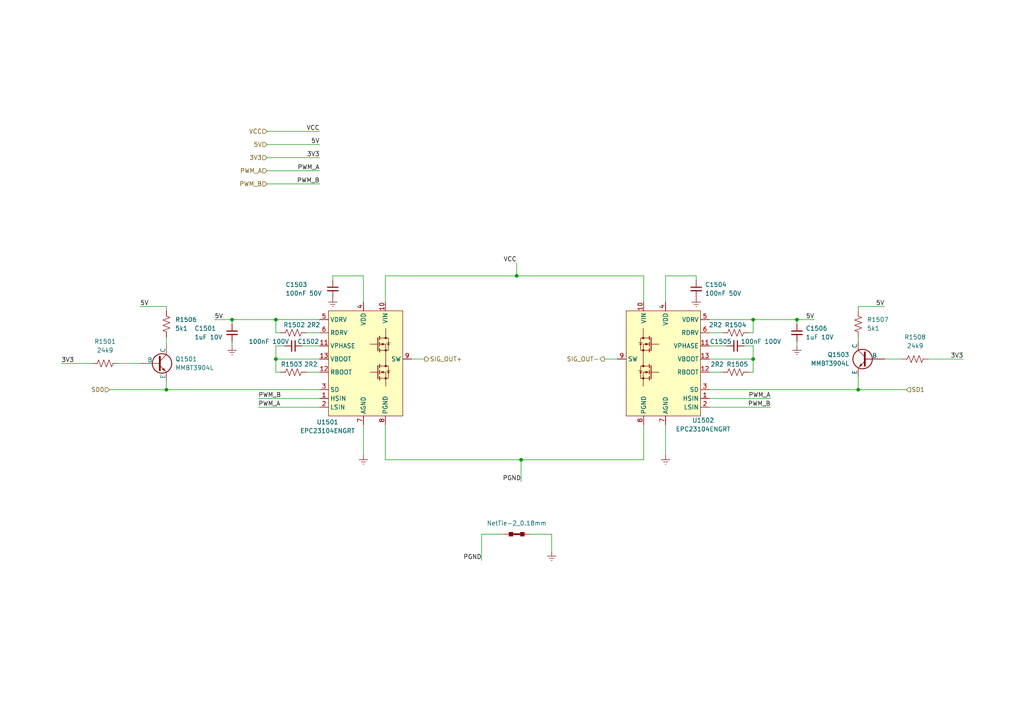
<source format=kicad_sch>
(kicad_sch (version 20250114) (generator "eeschema") (generator_version "9.0")
  (paper "A4")
  (lib_symbols
    (symbol "BR_Capacitors_0402:C_0402_100nF_50V_X7R_10%_AEC-Q200" (pin_numbers (hide yes)) (pin_names (offset 0.254) (hide yes))
      (property "Reference" "C" (at 1.016 1.778 0))
      (property "Value" "100nF 50V" (at 1.016 -1.778 0))
      (symbol "C_0402_100nF_50V_X7R_10%_AEC-Q200_0_1"
        (polyline (pts (xy -1.524 0.508) (xy 1.524 0.508)) (stroke (width 0.3048)))
        (polyline (pts (xy -1.524 -0.508) (xy 1.524 -0.508)) (stroke (width 0.3302)))
      )
      (symbol "C_0402_100nF_50V_X7R_10%_AEC-Q200_1_1"
        (pin passive line (at 0 2.54 270) (length 2.032) (name "~") (number "1"))
        (pin passive line (at 0 -2.54 90) (length 2.032) (name "~") (number "2"))
      )
    )
    (symbol "BR_Capacitors_0402:C_0402_1uF_10V_X7R_10%" (pin_numbers (hide yes)) (pin_names (offset 0.254) (hide yes))
      (property "Reference" "C" (at 1.016 1.778 0))
      (property "Value" "1uF 10V" (at 1.016 -1.778 0))
      (symbol "C_0402_1uF_10V_X7R_10%_0_1"
        (polyline (pts (xy -1.524 0.508) (xy 1.524 0.508)) (stroke (width 0.3048)))
        (polyline (pts (xy -1.524 -0.508) (xy 1.524 -0.508)) (stroke (width 0.3302)))
      )
      (symbol "C_0402_1uF_10V_X7R_10%_1_1"
        (pin passive line (at 0 2.54 270) (length 2.032) (name "~") (number "1"))
        (pin passive line (at 0 -2.54 90) (length 2.032) (name "~") (number "2"))
      )
    )
    (symbol "BR_Capacitors_0603:C_0603_100nF_100V_X7R_AEC-Q200" (pin_numbers (hide yes)) (pin_names (hide yes))
      (property "Reference" "C" (at 1.016 1.778 0))
      (property "Value" "100nF 100V" (at 1.016 -1.778 0))
      (symbol "C_0603_100nF_100V_X7R_AEC-Q200_0_1"
        (polyline (pts (xy -1.524 0.508) (xy 1.524 0.508)) (stroke (width 0.3048)))
        (polyline (pts (xy -1.524 -0.508) (xy 1.524 -0.508)) (stroke (width 0.3048)))
      )
      (symbol "C_0603_100nF_100V_X7R_AEC-Q200_1_1"
        (pin passive line (at 0 2.54 270) (length 2.032) (name "~") (number "1"))
        (pin passive line (at 0 -2.54 90) (length 2.032) (name "~") (number "2"))
      )
    )
    (symbol "BR_PMIC:EPC23104ENGRT"
      (property "Reference" "U" (at 9.525 17.78 0))
      (property "Value" "EPC23104ENGRT" (at 23.495 15.24 0))
      (symbol "EPC23104ENGRT_0_1"
        (rectangle (start -10.16 13.97) (end 11.43 -16.51) (fill (type background)))
        (polyline (pts (xy 1.905 4.318) (xy 4.191 4.318)))
        (polyline (pts (xy 1.905 -3.81) (xy 4.191 -3.81)))
        (polyline (pts (xy 4.191 6.223) (xy 4.191 2.413)) (stroke (width 0.254)))
        (polyline (pts (xy 4.191 -1.905) (xy 4.191 -5.715)) (stroke (width 0.254)))
        (polyline (pts (xy 4.699 6.604) (xy 4.699 5.588)) (stroke (width 0.254)))
        (polyline (pts (xy 4.699 4.826) (xy 4.699 3.81)) (stroke (width 0.254)))
        (polyline (pts (xy 4.699 3.048) (xy 4.699 2.032)) (stroke (width 0.254)))
        (polyline (pts (xy 4.699 -1.524) (xy 4.699 -2.54)) (stroke (width 0.254)))
        (polyline (pts (xy 4.699 -3.302) (xy 4.699 -4.318)) (stroke (width 0.254)))
        (polyline (pts (xy 4.699 -5.08) (xy 4.699 -6.096)) (stroke (width 0.254)))
        (polyline (pts (xy 6.477 8.89) (xy 6.477 6.096)))
        (circle (center 6.477 6.096) (radius 0.254) (fill (type outline)))
        (circle (center 6.477 2.54) (radius 0.254) (fill (type outline)))
        (polyline (pts (xy 6.477 1.778) (xy 6.477 -2.032)))
        (polyline (pts (xy 6.477 1.778) (xy 6.477 4.318) (xy 5.588 4.318)))
        (circle (center 6.477 -2.032) (radius 0.254) (fill (type outline)))
        (circle (center 6.477 -5.588) (radius 0.254) (fill (type outline)))
        (polyline (pts (xy 6.477 -7.874) (xy 6.477 -3.81) (xy 5.588 -3.81)))
        (polyline (pts (xy 7.747 4.826) (xy 7.62 4.699) (xy 6.858 4.699) (xy 6.731 4.572)))
        (polyline (pts (xy 7.747 -3.302) (xy 7.62 -3.429) (xy 6.858 -3.429) (xy 6.731 -3.556)))
      )
      (symbol "EPC23104ENGRT_1_1"
        (polyline (pts (xy 4.699 2.54) (xy 7.239 2.54) (xy 7.239 4.318) (xy 7.239 4.191)))
        (polyline (pts (xy 4.699 -5.588) (xy 7.239 -5.588) (xy 7.239 -3.81) (xy 7.239 -3.937)))
        (polyline (pts (xy 4.826 4.318) (xy 5.842 4.699) (xy 5.842 3.937) (xy 4.826 4.318)) (stroke (width -0.0001)) (fill (type outline)))
        (polyline (pts (xy 4.826 -3.81) (xy 5.842 -3.429) (xy 5.842 -4.191) (xy 4.826 -3.81)) (stroke (width -0.0001)) (fill (type outline)))
        (polyline (pts (xy 7.239 4.699) (xy 7.239 6.096) (xy 4.699 6.096)))
        (polyline (pts (xy 7.239 4.699) (xy 7.62 4.064) (xy 6.858 4.064) (xy 7.239 4.699)) (stroke (width -0.0001)) (fill (type outline)))
        (polyline (pts (xy 7.239 -3.429) (xy 7.239 -2.032) (xy 4.699 -2.032)))
        (polyline (pts (xy 7.239 -3.429) (xy 7.62 -4.064) (xy 6.858 -4.064) (xy 7.239 -3.429)) (stroke (width -0.0001)) (fill (type outline)))
        (pin power_in line (at -12.7 11.43 0) (length 2.54) (name "VDRV") (number "5"))
        (pin passive line (at -12.7 7.62 0) (length 2.54) (name "RDRV") (number "6"))
        (pin passive line (at -12.7 3.81 0) (length 2.54) (name "VPHASE") (number "11"))
        (pin passive line (at -12.7 0 0) (length 2.54) (name "VBOOT") (number "13"))
        (pin passive line (at -12.7 -3.81 0) (length 2.54) (name "RBOOT") (number "12"))
        (pin input line (at -12.7 -8.89 0) (length 2.54) (name "SD") (number "3"))
        (pin input line (at -12.7 -11.43 0) (length 2.54) (name "HSIN") (number "1"))
        (pin input line (at -12.7 -13.97 0) (length 2.54) (name "LSIN") (number "2"))
        (pin power_out line (at 0 16.51 270) (length 2.54) (name "VDD") (number "4"))
        (pin power_in line (at 0 -19.05 90) (length 2.54) (name "AGND") (number "7"))
        (pin power_in line (at 6.35 16.51 270) (length 2.54) (name "VIN") (number "10"))
        (pin power_in line (at 6.35 -19.05 90) (length 2.54) (name "PGND") (number "8"))
        (pin power_out line (at 13.97 0 180) (length 2.54) (name "SW") (number "9"))
      )
    )
    (symbol "BR_Resistors_0402:R_0402_24k9" (pin_numbers (hide yes)) (pin_names (offset 0) (hide yes))
      (property "Reference" "R" (at 1.524 1.27 0))
      (property "Value" "24k9" (at 1.524 -1.27 0))
      (symbol "R_0402_24k9_0_1"
        (polyline (pts (xy 0 2.286) (xy 0 2.54)))
        (polyline (pts (xy 0 2.286) (xy 1.016 1.905) (xy 0 1.524) (xy -1.016 1.143) (xy 0 0.762)))
        (polyline (pts (xy 0 0.762) (xy 1.016 0.381) (xy 0 0) (xy -1.016 -0.381) (xy 0 -0.762)))
        (polyline (pts (xy 0 -0.762) (xy 1.016 -1.143) (xy 0 -1.524) (xy -1.016 -1.905) (xy 0 -2.286)))
        (polyline (pts (xy 0 -2.286) (xy 0 -2.54)))
      )
      (symbol "R_0402_24k9_1_1"
        (pin passive line (at 0 3.81 270) (length 1.27) (name "~") (number "1"))
        (pin passive line (at 0 -3.81 90) (length 1.27) (name "~") (number "2"))
      )
    )
    (symbol "BR_Resistors_0402:R_0402_2R2" (pin_numbers (hide yes)) (pin_names (offset 0) (hide yes))
      (property "Reference" "R" (at 1.524 1.27 0))
      (property "Value" "2R2" (at 1.524 -1.27 0))
      (symbol "R_0402_2R2_0_1"
        (polyline (pts (xy 0 2.286) (xy 0 2.54)))
        (polyline (pts (xy 0 2.286) (xy 1.016 1.905) (xy 0 1.524) (xy -1.016 1.143) (xy 0 0.762)))
        (polyline (pts (xy 0 0.762) (xy 1.016 0.381) (xy 0 0) (xy -1.016 -0.381) (xy 0 -0.762)))
        (polyline (pts (xy 0 -0.762) (xy 1.016 -1.143) (xy 0 -1.524) (xy -1.016 -1.905) (xy 0 -2.286)))
        (polyline (pts (xy 0 -2.286) (xy 0 -2.54)))
      )
      (symbol "R_0402_2R2_1_1"
        (pin passive line (at 0 3.81 270) (length 1.27) (name "~") (number "1"))
        (pin passive line (at 0 -3.81 90) (length 1.27) (name "~") (number "2"))
      )
    )
    (symbol "BR_Resistors_0402:R_0402_5k1" (pin_numbers (hide yes)) (pin_names (offset 0) (hide yes))
      (property "Reference" "R" (at 1.524 1.27 0))
      (property "Value" "5k1" (at 1.524 -1.27 0))
      (symbol "R_0402_5k1_0_1"
        (polyline (pts (xy 0 2.286) (xy 0 2.54)))
        (polyline (pts (xy 0 2.286) (xy 1.016 1.905) (xy 0 1.524) (xy -1.016 1.143) (xy 0 0.762)))
        (polyline (pts (xy 0 0.762) (xy 1.016 0.381) (xy 0 0) (xy -1.016 -0.381) (xy 0 -0.762)))
        (polyline (pts (xy 0 -0.762) (xy 1.016 -1.143) (xy 0 -1.524) (xy -1.016 -1.905) (xy 0 -2.286)))
        (polyline (pts (xy 0 -2.286) (xy 0 -2.54)))
      )
      (symbol "R_0402_5k1_1_1"
        (pin passive line (at 0 3.81 270) (length 1.27) (name "~") (number "1"))
        (pin passive line (at 0 -3.81 90) (length 1.27) (name "~") (number "2"))
      )
    )
    (symbol "BR_Transistors:BJT_N_MMBT3904L" (pin_numbers (hide yes)) (pin_names (offset 0))
      (property "Reference" "Q" (at 5.08 1.27 0))
      (property "Value" "MMBT3904L" (at 5.08 -1.27 0))
      (symbol "BJT_N_MMBT3904L_0_1"
        (polyline (pts (xy 0.635 0.635) (xy 2.54 2.54)))
        (polyline (pts (xy 0.635 -0.635) (xy 1.651 -1.651) (xy 1.651 -1.651)))
        (circle (center 1.27 0) (radius 2.8194) (stroke (width 0.254)))
      )
      (symbol "BJT_N_MMBT3904L_1_1"
        (rectangle (start 0.381 2.159) (end 0.889 -2.159) (stroke (width -0.0001)) (fill (type outline)))
        (polyline (pts (xy 1.778 -1.27) (xy 1.27 -1.778) (xy 2.413 -2.413) (xy 1.778 -1.27) (xy 1.778 -1.27)) (stroke (width -0.0001)) (fill (type outline)))
        (pin input line (at -5.08 0 0) (length 5.715) (name "B") (number "1"))
        (pin passive line (at 2.54 5.08 270) (length 2.54) (name "C") (number "3"))
        (pin passive line (at 2.54 -5.08 90) (length 2.54) (name "E") (number "2"))
      )
    )
    (symbol "BR_Virtual_Parts:GND" (power) (pin_numbers (hide yes)) (pin_names (offset 0) (hide yes))
      (property "Value" "GND" (at 0 -3.556 0))
      (symbol "GND_0_1"
        (polyline (pts (xy -0.635 -1.905) (xy 0.635 -1.905)))
        (polyline (pts (xy -0.127 -2.54) (xy 0.127 -2.54)))
        (polyline (pts (xy 0 -1.27) (xy 0 0)))
        (polyline (pts (xy 1.27 -1.27) (xy -1.27 -1.27)))
      )
      (symbol "GND_1_1"
        (pin power_in line (at 0 0 270) (length 0) (hide yes) (name "GNDREF") (number "1"))
      )
    )
    (symbol "BR_Virtual_Parts:NetTie-2_0.18mm_long" (pin_numbers (hide yes)) (pin_names (offset 0)) (in_bom no)
      (property "Value" "NetTie-2_0.18mm" (at 2.54 0 90))
      (symbol "NetTie-2_0.18mm_long_0_1"
        (polyline (pts (xy 0 2.286) (xy 0 2.54)))
        (polyline (pts (xy 0 -2.286) (xy 0 -2.54)))
      )
      (symbol "NetTie-2_0.18mm_long_1_1"
        (rectangle (start -0.635 2.286) (end 0.635 1.016) (stroke (width -0.0001)) (fill (type outline)))
        (rectangle (start -0.635 -1.016) (end 0.635 -2.286) (stroke (width -0.0001)) (fill (type outline)))
        (rectangle (start -0.254 1.016) (end 0.254 -1.016) (stroke (width -0.0001)) (fill (type outline)))
        (pin passive line (at 0 3.81 270) (length 1.27) (name "~") (number "1"))
        (pin passive line (at 0 -3.81 90) (length 1.27) (name "~") (number "2"))
      )
    )
    (symbol "EPC23104ENGRT_1"
      (property "Reference" "U" (at 9.525 17.78 0))
      (property "Value" "EPC23104ENGRT" (at 23.495 15.24 0))
      (symbol "EPC23104ENGRT_1_0_1"
        (rectangle (start -10.16 13.97) (end 11.43 -16.51) (fill (type background)))
        (polyline (pts (xy 1.905 4.318) (xy 4.191 4.318)))
        (polyline (pts (xy 1.905 -3.81) (xy 4.191 -3.81)))
        (polyline (pts (xy 4.191 6.223) (xy 4.191 2.413)) (stroke (width 0.254)))
        (polyline (pts (xy 4.191 -1.905) (xy 4.191 -5.715)) (stroke (width 0.254)))
        (polyline (pts (xy 4.699 6.604) (xy 4.699 5.588)) (stroke (width 0.254)))
        (polyline (pts (xy 4.699 4.826) (xy 4.699 3.81)) (stroke (width 0.254)))
        (polyline (pts (xy 4.699 3.048) (xy 4.699 2.032)) (stroke (width 0.254)))
        (polyline (pts (xy 4.699 -1.524) (xy 4.699 -2.54)) (stroke (width 0.254)))
        (polyline (pts (xy 4.699 -3.302) (xy 4.699 -4.318)) (stroke (width 0.254)))
        (polyline (pts (xy 4.699 -5.08) (xy 4.699 -6.096)) (stroke (width 0.254)))
        (polyline (pts (xy 6.477 8.89) (xy 6.477 6.096)))
        (circle (center 6.477 6.096) (radius 0.254) (fill (type outline)))
        (circle (center 6.477 2.54) (radius 0.254) (fill (type outline)))
        (polyline (pts (xy 6.477 1.778) (xy 6.477 -2.032)))
        (polyline (pts (xy 6.477 1.778) (xy 6.477 4.318) (xy 5.588 4.318)))
        (circle (center 6.477 -2.032) (radius 0.254) (fill (type outline)))
        (circle (center 6.477 -5.588) (radius 0.254) (fill (type outline)))
        (polyline (pts (xy 6.477 -7.874) (xy 6.477 -3.81) (xy 5.588 -3.81)))
        (polyline (pts (xy 7.747 4.826) (xy 7.62 4.699) (xy 6.858 4.699) (xy 6.731 4.572)))
        (polyline (pts (xy 7.747 -3.302) (xy 7.62 -3.429) (xy 6.858 -3.429) (xy 6.731 -3.556)))
      )
      (symbol "EPC23104ENGRT_1_1_1"
        (polyline (pts (xy 4.699 2.54) (xy 7.239 2.54) (xy 7.239 4.318) (xy 7.239 4.191)))
        (polyline (pts (xy 4.699 -5.588) (xy 7.239 -5.588) (xy 7.239 -3.81) (xy 7.239 -3.937)))
        (polyline (pts (xy 4.826 4.318) (xy 5.842 4.699) (xy 5.842 3.937) (xy 4.826 4.318)) (stroke (width -0.0001)) (fill (type outline)))
        (polyline (pts (xy 4.826 -3.81) (xy 5.842 -3.429) (xy 5.842 -4.191) (xy 4.826 -3.81)) (stroke (width -0.0001)) (fill (type outline)))
        (polyline (pts (xy 7.239 4.699) (xy 7.239 6.096) (xy 4.699 6.096)))
        (polyline (pts (xy 7.239 4.699) (xy 7.62 4.064) (xy 6.858 4.064) (xy 7.239 4.699)) (stroke (width -0.0001)) (fill (type outline)))
        (polyline (pts (xy 7.239 -3.429) (xy 7.239 -2.032) (xy 4.699 -2.032)))
        (polyline (pts (xy 7.239 -3.429) (xy 7.62 -4.064) (xy 6.858 -4.064) (xy 7.239 -3.429)) (stroke (width -0.0001)) (fill (type outline)))
        (pin power_in line (at -12.7 11.43 0) (length 2.54) (name "VDRV") (number "5"))
        (pin passive line (at -12.7 7.62 0) (length 2.54) (name "RDRV") (number "6"))
        (pin passive line (at -12.7 3.81 0) (length 2.54) (name "VPHASE") (number "11"))
        (pin passive line (at -12.7 0 0) (length 2.54) (name "VBOOT") (number "13"))
        (pin passive line (at -12.7 -3.81 0) (length 2.54) (name "RBOOT") (number "12"))
        (pin input line (at -12.7 -8.89 0) (length 2.54) (name "SD") (number "3"))
        (pin input line (at -12.7 -11.43 0) (length 2.54) (name "HSIN") (number "1"))
        (pin input line (at -12.7 -13.97 0) (length 2.54) (name "LSIN") (number "2"))
        (pin power_out line (at 0 16.51 270) (length 2.54) (name "VDD") (number "4"))
        (pin power_in line (at 0 -19.05 90) (length 2.54) (name "AGND") (number "7"))
        (pin power_in line (at 6.35 16.51 270) (length 2.54) (name "VIN") (number "10"))
        (pin power_in line (at 6.35 -19.05 90) (length 2.54) (name "PGND") (number "8"))
        (pin power_out line (at 13.97 0 180) (length 2.54) (name "SW") (number "9"))
      )
    )
  )
  (junction (at 248.92 113.03))
  (junction (at 48.26 113.03))
  (junction (at 218.44 92.71))
  (junction (at 149.86 80.01))
  (junction (at 151.13 133.35))
  (junction (at 218.44 104.14))
  (junction (at 67.31 92.71))
  (junction (at 231.14 92.71))
  (junction (at 80.01 92.71))
  (junction (at 80.01 104.14))
  (wire (pts (xy 105.41 80.01) (xy 96.52 80.01)))
  (wire (pts (xy 269.24 104.14) (xy 279.4 104.14)))
  (wire (pts (xy 175.26 104.14) (xy 179.07 104.14)))
  (wire (pts (xy 74.93 118.11) (xy 92.71 118.11)))
  (wire (pts (xy 92.71 107.95) (xy 88.9 107.95)))
  (wire (pts (xy 149.86 80.01) (xy 149.86 76.2)))
  (wire (pts (xy 77.47 49.53) (xy 92.71 49.53)))
  (wire (pts (xy 205.74 100.33) (xy 210.82 100.33)))
  (wire (pts (xy 139.7 154.94) (xy 146.05 154.94)))
  (wire (pts (xy 248.92 88.9) (xy 256.54 88.9)))
  (wire (pts (xy 77.47 38.1) (xy 92.71 38.1)))
  (wire (pts (xy 80.01 100.33) (xy 80.01 104.14)))
  (wire (pts (xy 160.02 154.94) (xy 160.02 160.02)))
  (wire (pts (xy 217.17 96.52) (xy 218.44 96.52)))
  (wire (pts (xy 67.31 92.71) (xy 67.31 93.98)))
  (wire (pts (xy 80.01 92.71) (xy 92.71 92.71)))
  (wire (pts (xy 205.74 107.95) (xy 209.55 107.95)))
  (wire (pts (xy 205.74 104.14) (xy 218.44 104.14)))
  (wire (pts (xy 48.26 88.9) (xy 48.26 90.17)))
  (wire (pts (xy 231.14 92.71) (xy 236.22 92.71)))
  (wire (pts (xy 111.76 123.19) (xy 111.76 133.35)))
  (wire (pts (xy 193.04 87.63) (xy 193.04 80.01)))
  (wire (pts (xy 205.74 92.71) (xy 218.44 92.71)))
  (wire (pts (xy 218.44 107.95) (xy 218.44 104.14)))
  (wire (pts (xy 248.92 97.79) (xy 248.92 99.06)))
  (wire (pts (xy 77.47 53.34) (xy 92.71 53.34)))
  (wire (pts (xy 186.69 80.01) (xy 186.69 87.63)))
  (wire (pts (xy 81.28 107.95) (xy 80.01 107.95)))
  (wire (pts (xy 186.69 123.19) (xy 186.69 133.35)))
  (wire (pts (xy 231.14 92.71) (xy 231.14 93.98)))
  (wire (pts (xy 80.01 104.14) (xy 92.71 104.14)))
  (wire (pts (xy 96.52 80.01) (xy 96.52 81.28)))
  (wire (pts (xy 111.76 133.35) (xy 151.13 133.35)))
  (wire (pts (xy 248.92 113.03) (xy 262.89 113.03)))
  (wire (pts (xy 80.01 92.71) (xy 80.01 96.52)))
  (wire (pts (xy 40.64 88.9) (xy 48.26 88.9)))
  (wire (pts (xy 111.76 80.01) (xy 149.86 80.01)))
  (wire (pts (xy 81.28 96.52) (xy 80.01 96.52)))
  (wire (pts (xy 67.31 99.06) (xy 67.31 100.33)))
  (wire (pts (xy 193.04 80.01) (xy 201.93 80.01)))
  (wire (pts (xy 205.74 96.52) (xy 209.55 96.52)))
  (wire (pts (xy 48.26 113.03) (xy 48.26 110.49)))
  (wire (pts (xy 149.86 80.01) (xy 186.69 80.01)))
  (wire (pts (xy 231.14 99.06) (xy 231.14 100.33)))
  (wire (pts (xy 105.41 87.63) (xy 105.41 80.01)))
  (wire (pts (xy 77.47 45.72) (xy 92.71 45.72)))
  (wire (pts (xy 92.71 100.33) (xy 87.63 100.33)))
  (wire (pts (xy 74.93 115.57) (xy 92.71 115.57)))
  (wire (pts (xy 92.71 96.52) (xy 88.9 96.52)))
  (wire (pts (xy 82.55 100.33) (xy 80.01 100.33)))
  (wire (pts (xy 31.75 113.03) (xy 48.26 113.03)))
  (wire (pts (xy 205.74 115.57) (xy 223.52 115.57)))
  (wire (pts (xy 201.93 80.01) (xy 201.93 81.28)))
  (wire (pts (xy 151.13 133.35) (xy 151.13 139.7)))
  (wire (pts (xy 62.23 92.71) (xy 67.31 92.71)))
  (wire (pts (xy 17.78 105.41) (xy 26.67 105.41)))
  (wire (pts (xy 256.54 104.14) (xy 261.62 104.14)))
  (wire (pts (xy 139.7 162.56) (xy 139.7 154.94)))
  (wire (pts (xy 215.9 100.33) (xy 218.44 100.33)))
  (wire (pts (xy 153.67 154.94) (xy 160.02 154.94)))
  (wire (pts (xy 248.92 109.22) (xy 248.92 113.03)))
  (wire (pts (xy 105.41 123.19) (xy 105.41 132.08)))
  (wire (pts (xy 193.04 123.19) (xy 193.04 132.08)))
  (wire (pts (xy 218.44 92.71) (xy 231.14 92.71)))
  (wire (pts (xy 205.74 113.03) (xy 248.92 113.03)))
  (wire (pts (xy 111.76 87.63) (xy 111.76 80.01)))
  (wire (pts (xy 119.38 104.14) (xy 123.19 104.14)))
  (wire (pts (xy 205.74 118.11) (xy 223.52 118.11)))
  (wire (pts (xy 248.92 88.9) (xy 248.92 90.17)))
  (wire (pts (xy 48.26 113.03) (xy 92.71 113.03)))
  (wire (pts (xy 218.44 100.33) (xy 218.44 104.14)))
  (wire (pts (xy 151.13 133.35) (xy 186.69 133.35)))
  (wire (pts (xy 218.44 92.71) (xy 218.44 96.52)))
  (wire (pts (xy 77.47 41.91) (xy 92.71 41.91)))
  (wire (pts (xy 48.26 97.79) (xy 48.26 100.33)))
  (wire (pts (xy 67.31 92.71) (xy 80.01 92.71)))
  (wire (pts (xy 217.17 107.95) (xy 218.44 107.95)))
  (wire (pts (xy 80.01 107.95) (xy 80.01 104.14)))
  (wire (pts (xy 34.29 105.41) (xy 40.64 105.41)))
  (label "VCC" (at 149.86 76.2 180))
  (label "PWM_A" (at 223.52 115.57 180))
  (label "PWM_B" (at 92.71 53.34 180))
  (label "5V" (at 92.71 41.91 180))
  (label "PWM_B" (at 74.93 115.57 0))
  (label "PGND" (at 139.7 162.56 180))
  (label "PGND" (at 151.13 139.7 180))
  (label "5V" (at 236.22 92.71 180))
  (label "5V" (at 62.23 92.71 0))
  (label "PWM_A" (at 74.93 118.11 0))
  (label "3V3" (at 17.78 105.41 0))
  (label "VCC" (at 92.71 38.1 180))
  (label "5V" (at 256.54 88.9 180))
  (label "PWM_B" (at 223.52 118.11 180))
  (label "PWM_A" (at 92.71 49.53 180))
  (label "3V3" (at 92.71 45.72 180))
  (label "5V" (at 40.64 88.9 0))
  (label "3V3" (at 279.4 104.14 180))
  (hierarchical_label "PWM_A" (shape input) (at 77.47 49.53 180))
  (hierarchical_label "5V" (shape input) (at 77.47 41.91 180))
  (hierarchical_label "VCC" (shape input) (at 77.47 38.1 180))
  (hierarchical_label "SD1" (shape input) (at 262.89 113.03 0))
  (hierarchical_label "SIG_OUT+" (shape output) (at 123.19 104.14 0))
  (hierarchical_label "SD0" (shape input) (at 31.75 113.03 180))
  (hierarchical_label "SIG_OUT-" (shape output) (at 175.26 104.14 180))
  (hierarchical_label "PWM_B" (shape input) (at 77.47 53.34 180))
  (hierarchical_label "3V3" (shape input) (at 77.47 45.72 180))
  (symbol (lib_id "BR_Resistors_0402:R_0402_2R2") (at 85.09 107.95 90) (unit 1)
    (property "Reference" "R1503" (at 84.582 105.664 90))
    (property "Value" "2R2" (at 90.17 105.664 90))
    (property "Footprint" "BR_Passives:R_0402_1005Metric-minimized" (effects (hide yes)))
    (property "Datasheet" "https://jlcpcb.com/api/file/downloadByFileSystemAccessId/8588947077061070848" (effects (hide yes)))
    (property "Description" "2.2R 1% 200ppm 62.5mW Thick Film Resistor 0402" (effects (hide yes)))
    (property "Manufacturer" "YAGEO" (effects (hide yes)))
    (property "Manufacturer Part Num" "RC0402FR-072R2L" (effects (hide yes)))
    (property "BRE Number" "BRE-001225" (effects (hide yes)))
    (property "Supplier 1" "DigiKey" (effects (hide yes)))
    (property "Supplier Part Num 1" "311-2.20LRCT-ND" (effects (hide yes)))
    (property "Supplier 2" "DigiKey" (effects (hide yes)))
    (property "Supplier Part Num 2" "311-2.20LRCT-ND" (effects (hide yes)))
    (property "Supplier 3" "JLCPCB" (effects (hide yes)))
    (property "Supplier Part Num 3" "C327251" (effects (hide yes)))
    (property "JLCPCB Part Num" "C327251" (effects (hide yes)))
  )
  (symbol (lib_id "BR_Resistors_0402:R_0402_2R2") (at 213.36 107.95 90) (unit 1)
    (property "Reference" "R1505" (at 213.868 105.664 90))
    (property "Value" "2R2" (at 208.026 105.664 90))
    (property "Footprint" "BR_Passives:R_0402_1005Metric-minimized" (effects (hide yes)))
    (property "Datasheet" "https://jlcpcb.com/api/file/downloadByFileSystemAccessId/8588947077061070848" (effects (hide yes)))
    (property "Description" "2.2R 1% 200ppm 62.5mW Thick Film Resistor 0402" (effects (hide yes)))
    (property "Manufacturer" "YAGEO" (effects (hide yes)))
    (property "Manufacturer Part Num" "RC0402FR-072R2L" (effects (hide yes)))
    (property "BRE Number" "BRE-001225" (effects (hide yes)))
    (property "Supplier 1" "DigiKey" (effects (hide yes)))
    (property "Supplier Part Num 1" "311-2.20LRCT-ND" (effects (hide yes)))
    (property "Supplier 2" "DigiKey" (effects (hide yes)))
    (property "Supplier Part Num 2" "311-2.20LRCT-ND" (effects (hide yes)))
    (property "Supplier 3" "JLCPCB" (effects (hide yes)))
    (property "Supplier Part Num 3" "C327251" (effects (hide yes)))
    (property "JLCPCB Part Num" "C327251" (effects (hide yes)))
  )
  (symbol (lib_id "BR_Capacitors_0603:C_0603_100nF_100V_X7R_AEC-Q200") (at 85.09 100.33 90) (unit 1)
    (property "Reference" "C1502" (at 89.408 99.06 90))
    (property "Value" "100nF 100V" (at 77.978 99.06 90))
    (property "Footprint" "BR_Passives:C_0603_1608Metric-minimized" (effects (hide yes)))
    (property "Datasheet" "https://www.murata.com/-/media/webrenewal/support/library/catalog/products/k35e.ashx?la=en-us&cvid=20200508021757000000" (effects (hide yes)))
    (property "Description" "100nF 100V X7R 10% Ceramic Capacitor 0603 AEC-Q200" (effects (hide yes)))
    (property "Manufacturer" "Murata Electronics" (effects (hide yes)))
    (property "Manufacturer Part Num" "GCJ188R72A104KA01D" (effects (hide yes)))
    (property "BRE Number" "BRE-000034" (effects (hide yes)))
    (property "Supplier 1" "DigiKey" (effects (hide yes)))
    (property "Supplier Part Num 1" "490-13420-1-ND" (effects (hide yes)))
    (property "Supplier 2" "Mouser" (effects (hide yes)))
    (property "Supplier Part Num 2" "81-GCJ188R72A104KA1D" (effects (hide yes)))
    (property "Supplier 3" "JLCPCB" (effects (hide yes)))
    (property "Supplier Part Num 3" "C161117" (effects (hide yes)))
    (property "JLCPCB Part Num" "C161117" (effects (hide yes)))
  )
  (symbol (lib_id "BR_Resistors_0402:R_0402_5k1") (at 48.26 93.98 0) (unit 1)
    (property "Reference" "R1506" (at 50.8 92.7099 0) (effects (justify left)))
    (property "Value" "5k1" (at 50.8 95.2499 0) (effects (justify left)))
    (property "Footprint" "BR_Passives:C_0402_1005Metric-minimized" (effects (hide yes)))
    (property "Datasheet" "https://www.yageo.com/upload/media/product/products/datasheet/rchip/PYu-RC_Group_51_RoHS_L_12.pdf" (effects (hide yes)))
    (property "Description" "5.1k 1% 100ppm 62.5mW Thick Film Resistor 0402" (effects (hide yes)))
    (property "Manufacturer" "YAGEO" (effects (hide yes)))
    (property "Manufacturer Part Num" "RC0402FR-075K1L" (effects (hide yes)))
    (property "BRE Number" "BRE-000358" (effects (hide yes)))
    (property "Supplier 1" "DigiKey" (effects (hide yes)))
    (property "Supplier Part Num 1" "311-5.10KLRCT-ND" (effects (hide yes)))
    (property "Supplier 2" "Mouser" (effects (hide yes)))
    (property "Supplier Part Num 2" "RC0402FR-075K1L" (effects (hide yes)))
    (property "Supplier 3" "JLCPCB" (effects (hide yes)))
    (property "Supplier Part Num 3" "C105872" (effects (hide yes)))
    (property "JLCPCB Part Num" "C105872" (effects (hide yes)))
  )
  (symbol (lib_id "BR_Resistors_0402:R_0402_2R2") (at 213.36 96.52 90) (unit 1)
    (property "Reference" "R1504" (at 213.36 94.234 90))
    (property "Value" "2R2" (at 207.518 94.234 90))
    (property "Footprint" "BR_Passives:R_0402_1005Metric-minimized" (effects (hide yes)))
    (property "Datasheet" "https://jlcpcb.com/api/file/downloadByFileSystemAccessId/8588947077061070848" (effects (hide yes)))
    (property "Description" "2.2R 1% 200ppm 62.5mW Thick Film Resistor 0402" (effects (hide yes)))
    (property "Manufacturer" "YAGEO" (effects (hide yes)))
    (property "Manufacturer Part Num" "RC0402FR-072R2L" (effects (hide yes)))
    (property "BRE Number" "BRE-001225" (effects (hide yes)))
    (property "Supplier 1" "DigiKey" (effects (hide yes)))
    (property "Supplier Part Num 1" "311-2.20LRCT-ND" (effects (hide yes)))
    (property "Supplier 2" "DigiKey" (effects (hide yes)))
    (property "Supplier Part Num 2" "311-2.20LRCT-ND" (effects (hide yes)))
    (property "Supplier 3" "JLCPCB" (effects (hide yes)))
    (property "Supplier Part Num 3" "C327251" (effects (hide yes)))
    (property "JLCPCB Part Num" "C327251" (effects (hide yes)))
  )
  (symbol (lib_id "BR_Virtual_Parts:GND") (at 201.93 86.36 0) (unit 1)
    (property "Reference" "#PWR01507" (effects (hide yes)))
    (property "Value" "GND" (effects (hide yes)))
  )
  (symbol (lib_id "BR_Virtual_Parts:GND") (at 67.31 100.33 0) (unit 1)
    (property "Reference" "#PWR01502" (effects (hide yes)))
    (property "Value" "GND" (effects (hide yes)))
  )
  (symbol (lib_id "BR_Resistors_0402:R_0402_5k1") (at 248.92 93.98 0) (unit 1)
    (property "Reference" "R1507" (at 251.46 92.7099 0) (effects (justify left)))
    (property "Value" "5k1" (at 251.46 95.2499 0) (effects (justify left)))
    (property "Footprint" "BR_Passives:C_0402_1005Metric-minimized" (effects (hide yes)))
    (property "Datasheet" "https://www.yageo.com/upload/media/product/products/datasheet/rchip/PYu-RC_Group_51_RoHS_L_12.pdf" (effects (hide yes)))
    (property "Description" "5.1k 1% 100ppm 62.5mW Thick Film Resistor 0402" (effects (hide yes)))
    (property "Manufacturer" "YAGEO" (effects (hide yes)))
    (property "Manufacturer Part Num" "RC0402FR-075K1L" (effects (hide yes)))
    (property "BRE Number" "BRE-000358" (effects (hide yes)))
    (property "Supplier 1" "DigiKey" (effects (hide yes)))
    (property "Supplier Part Num 1" "311-5.10KLRCT-ND" (effects (hide yes)))
    (property "Supplier 2" "Mouser" (effects (hide yes)))
    (property "Supplier Part Num 2" "RC0402FR-075K1L" (effects (hide yes)))
    (property "Supplier 3" "JLCPCB" (effects (hide yes)))
    (property "Supplier Part Num 3" "C105872" (effects (hide yes)))
    (property "JLCPCB Part Num" "C105872" (effects (hide yes)))
  )
  (symbol (lib_id "BR_Virtual_Parts:GND") (at 105.41 132.08 0) (unit 1)
    (property "Reference" "#PWR01504" (effects (hide yes)))
    (property "Value" "GND" (effects (hide yes)))
  )
  (symbol (lib_id "BR_Capacitors_0402:C_0402_1uF_10V_X7R_10%") (at 231.14 96.52 0) (unit 1)
    (property "Reference" "C1506" (at 233.68 95.2562 0) (effects (justify left)))
    (property "Value" "1uF 10V" (at 233.68 97.7962 0) (effects (justify left)))
    (property "Footprint" "BR_Passives:C_0402_1005Metric-minimized" (effects (hide yes)))
    (property "Datasheet" "https://search.murata.co.jp/Ceramy/image/img/A01X/G101/ENG/GRM155Z71A105KE01-01.pdf" (effects (hide yes)))
    (property "Description" "1uF 10V X7R 10% Ceramic Capacitor 0402" (effects (hide yes)))
    (property "Manufacturer" "Murata Electronics" (effects (hide yes)))
    (property "Manufacturer Part Num" "GRM155Z71A105KE01D" (effects (hide yes)))
    (property "BRE Number" "BRE-000019" (effects (hide yes)))
    (property "Supplier 1" "DigiKey" (effects (hide yes)))
    (property "Supplier Part Num 1" "490-GRM155Z71A105KE01DDKR-ND" (effects (hide yes)))
    (property "Supplier 2" "Mouser" (effects (hide yes)))
    (property "Supplier Part Num 2" "81-GRM155Z71A105KE1D" (effects (hide yes)))
    (property "Supplier 3" "JLCPCB" (effects (hide yes)))
    (property "Supplier Part Num 3" "C528974" (effects (hide yes)))
    (property "JLCPCB Part Num" "C528974" (effects (hide yes)))
  )
  (symbol (lib_id "BR_Virtual_Parts:GND") (at 160.02 160.02 0) (unit 1)
    (property "Reference" "#PWR01505" (effects (hide yes)))
    (property "Value" "GND" (effects (hide yes)))
  )
  (symbol (lib_id "BR_Resistors_0402:R_0402_24k9") (at 30.48 105.41 90) (unit 1)
    (property "Reference" "R1501" (at 30.48 99.06 90))
    (property "Value" "24k9" (at 30.48 101.6 90))
    (property "Footprint" "BR_Passives:C_0402_1005Metric-minimized" (effects (hide yes)))
    (property "Datasheet" "https://www.yageo.com/upload/media/product/products/datasheet/rchip/PYu-RC_Group_51_RoHS_L_12.pdf" (effects (hide yes)))
    (property "Description" "24.9k 1% 100ppm 62.5mW Thick Film Resistor 0402" (effects (hide yes)))
    (property "Manufacturer" "YAGEO" (effects (hide yes)))
    (property "Manufacturer Part Num" "RC0402FR-0724K9L" (effects (hide yes)))
    (property "BRE Number" "BRE-001239" (effects (hide yes)))
    (property "Supplier 1" "DigiKey" (effects (hide yes)))
    (property "Supplier Part Num 1" "311-24.9KLRCT-ND" (effects (hide yes)))
    (property "Supplier 2" "DigiKey" (effects (hide yes)))
    (property "Supplier Part Num 2" "311-24.9KLRCT-ND" (effects (hide yes)))
    (property "Supplier 3" "JLCPCB" (effects (hide yes)))
    (property "Supplier Part Num 3" "C138027" (effects (hide yes)))
    (property "JLCPCB Part Num" "C138027" (effects (hide yes)))
  )
  (symbol (lib_name "EPC23104ENGRT_1") (lib_id "BR_PMIC:EPC23104ENGRT") (at 105.41 104.14 0) (unit 1)
    (property "Reference" "U1501" (at 94.996 122.428 0))
    (property "Value" "EPC23104ENGRT" (at 94.996 124.968 0))
    (property "Footprint" "BR_Gate_Drivers:EPC23104" (effects (hide yes)))
    (property "Datasheet" "https://epc-co.com/epc/Portals/0/epc/documents/datasheets/EPC23104_datasheet.pdf" (effects (hide yes)))
    (property "Description" "Half Bridge Driver DC Motors, DC-DC Converters Gallium Nitride (GaN) FETs 13-WQFN-HR (3.5x5)" (effects (hide yes)))
    (property "Manufacturer" "EPC" (effects (hide yes)))
    (property "Manufacturer Part Num" "EPC23104ENGRT" (effects (hide yes)))
    (property "BRE Number" "BRE-001274" (effects (hide yes)))
    (property "LCSC Part" "C5448592" (effects (hide yes)))
    (property "JLCPCB Part Num" "C5448592" (effects (hide yes)))
  )
  (symbol (lib_id "BR_Virtual_Parts:GND") (at 96.52 86.36 0) (unit 1)
    (property "Reference" "#PWR01503" (effects (hide yes)))
    (property "Value" "GND" (effects (hide yes)))
  )
  (symbol (lib_id "BR_Resistors_0402:R_0402_24k9") (at 265.43 104.14 90) (unit 1)
    (property "Reference" "R1508" (at 265.43 97.79 90))
    (property "Value" "24k9" (at 265.43 100.33 90))
    (property "Footprint" "BR_Passives:C_0402_1005Metric-minimized" (effects (hide yes)))
    (property "Datasheet" "https://www.yageo.com/upload/media/product/products/datasheet/rchip/PYu-RC_Group_51_RoHS_L_12.pdf" (effects (hide yes)))
    (property "Description" "24.9k 1% 100ppm 62.5mW Thick Film Resistor 0402" (effects (hide yes)))
    (property "Manufacturer" "YAGEO" (effects (hide yes)))
    (property "Manufacturer Part Num" "RC0402FR-0724K9L" (effects (hide yes)))
    (property "BRE Number" "BRE-001239" (effects (hide yes)))
    (property "Supplier 1" "DigiKey" (effects (hide yes)))
    (property "Supplier Part Num 1" "311-24.9KLRCT-ND" (effects (hide yes)))
    (property "Supplier 2" "DigiKey" (effects (hide yes)))
    (property "Supplier Part Num 2" "311-24.9KLRCT-ND" (effects (hide yes)))
    (property "Supplier 3" "JLCPCB" (effects (hide yes)))
    (property "Supplier Part Num 3" "C138027" (effects (hide yes)))
    (property "JLCPCB Part Num" "C138027" (effects (hide yes)))
  )
  (symbol (lib_id "BR_Transistors:BJT_N_MMBT3904L") (at 45.72 105.41 0) (unit 1)
    (property "Reference" "Q1501" (at 50.8 104.1399 0) (effects (justify left)))
    (property "Value" "MMBT3904L" (at 50.8 106.6799 0) (effects (justify left)))
    (property "Footprint" "BR_SOT:SOT-23" (effects (hide yes)))
    (property "Datasheet" "https://www.onsemi.com/pdf/datasheet/mmbt3904lt1-d.pdf" (effects (hide yes)))
    (property "Description" "NPN BJT 40V 200mA 300mW 300MHz SOT-23-3" (effects (hide yes)))
    (property "Manufacturer" "onsemi" (effects (hide yes)))
    (property "Manufacturer Part Num" "MMBT3904LT1G" (effects (hide yes)))
    (property "BRE Number" "BRE-000400" (effects (hide yes)))
    (property "Supplier 1" "DigiKey" (effects (hide yes)))
    (property "Supplier Part Num 1" "MMBT3904LT1GOSCT-ND" (effects (hide yes)))
    (property "Supplier 2" "DigiKey" (effects (hide yes)))
    (property "Supplier Part Num 2" "MMBT3904LT1GOSTR-ND" (effects (hide yes)))
    (property "Supplier 3" "JLCPCB" (effects (hide yes)))
    (property "Supplier Part Num 3" "C81464/ C84555" (effects (hide yes)))
    (property "JLCPCB Part Num" "C81464" (effects (hide yes)))
  )
  (symbol (lib_id "BR_Capacitors_0402:C_0402_1uF_10V_X7R_10%") (at 67.31 96.52 0) (unit 1)
    (property "Reference" "C1501" (at 56.388 95.25 0) (effects (justify left)))
    (property "Value" "1uF 10V" (at 56.388 97.79 0) (effects (justify left)))
    (property "Footprint" "BR_Passives:C_0402_1005Metric-minimized" (effects (hide yes)))
    (property "Datasheet" "https://search.murata.co.jp/Ceramy/image/img/A01X/G101/ENG/GRM155Z71A105KE01-01.pdf" (effects (hide yes)))
    (property "Description" "1uF 10V X7R 10% Ceramic Capacitor 0402" (effects (hide yes)))
    (property "Manufacturer" "Murata Electronics" (effects (hide yes)))
    (property "Manufacturer Part Num" "GRM155Z71A105KE01D" (effects (hide yes)))
    (property "BRE Number" "BRE-000019" (effects (hide yes)))
    (property "Supplier 1" "DigiKey" (effects (hide yes)))
    (property "Supplier Part Num 1" "490-GRM155Z71A105KE01DDKR-ND" (effects (hide yes)))
    (property "Supplier 2" "Mouser" (effects (hide yes)))
    (property "Supplier Part Num 2" "81-GRM155Z71A105KE1D" (effects (hide yes)))
    (property "Supplier 3" "JLCPCB" (effects (hide yes)))
    (property "Supplier Part Num 3" "C528974" (effects (hide yes)))
    (property "JLCPCB Part Num" "C528974" (effects (hide yes)))
  )
  (symbol (lib_id "BR_Capacitors_0402:C_0402_100nF_50V_X7R_10%_AEC-Q200") (at 201.93 83.82 0) (unit 1)
    (property "Reference" "C1504" (at 204.47 82.5562 0) (effects (justify left)))
    (property "Value" "100nF 50V" (at 204.47 85.0962 0) (effects (justify left)))
    (property "Footprint" "BR_Passives:C_0402_1005Metric-minimized" (effects (hide yes)))
    (property "Datasheet" "https://search.murata.co.jp/Ceramy/image/img/A01X/G101/ENG/GCM155R71H104KE02-01.pdf" (effects (hide yes)))
    (property "Description" "100nF 50V X7R 10% Ceramic Capacitor 0402 AEC-Q200" (effects (hide yes)))
    (property "Manufacturer" "Murata Electronics" (effects (hide yes)))
    (property "Manufacturer Part Num" "GCM155R71H104KE02D" (effects (hide yes)))
    (property "BRE Number" "BRE-000010" (effects (hide yes)))
    (property "Supplier 1" "DigiKey" (effects (hide yes)))
    (property "Supplier Part Num 1" "490-10672-2-ND" (effects (hide yes)))
    (property "Supplier 2" "Mouser" (effects (hide yes)))
    (property "Supplier Part Num 2" "81-GCM155R71H104KE2D" (effects (hide yes)))
    (property "Supplier 3" "JLCPCB" (effects (hide yes)))
    (property "Supplier Part Num 3" "C85858" (effects (hide yes)))
    (property "JLCPCB Part Num" "C85858" (effects (hide yes)))
  )
  (symbol (lib_id "BR_Virtual_Parts:GND") (at 231.14 100.33 0) (unit 1)
    (property "Reference" "#PWR01508" (effects (hide yes)))
    (property "Value" "GND" (effects (hide yes)))
  )
  (symbol (lib_id "BR_Virtual_Parts:NetTie-2_0.18mm_long") (at 149.86 154.94 90) (unit 1) (in_bom no)
    (property "Reference" "NT1501" (effects (hide yes)))
    (property "Value" "NetTie-2_0.18mm" (at 149.86 151.765 90))
    (property "Footprint" "BR_Virtual_Parts:NetTie-2_SMD_Pad_0.18mm_wide_long" (effects (hide yes)))
    (property "Description" "Net Tie" (effects (hide yes)))
  )
  (symbol (lib_id "BR_Capacitors_0603:C_0603_100nF_100V_X7R_AEC-Q200") (at 213.36 100.33 90) (unit 1)
    (property "Reference" "C1505" (at 209.042 99.06 90))
    (property "Value" "100nF 100V" (at 220.726 99.06 90))
    (property "Footprint" "BR_Passives:C_0603_1608Metric-minimized" (effects (hide yes)))
    (property "Datasheet" "https://www.murata.com/-/media/webrenewal/support/library/catalog/products/k35e.ashx?la=en-us&cvid=20200508021757000000" (effects (hide yes)))
    (property "Description" "100nF 100V X7R 10% Ceramic Capacitor 0603 AEC-Q200" (effects (hide yes)))
    (property "Manufacturer" "Murata Electronics" (effects (hide yes)))
    (property "Manufacturer Part Num" "GCJ188R72A104KA01D" (effects (hide yes)))
    (property "BRE Number" "BRE-000034" (effects (hide yes)))
    (property "Supplier 1" "DigiKey" (effects (hide yes)))
    (property "Supplier Part Num 1" "490-13420-1-ND" (effects (hide yes)))
    (property "Supplier 2" "Mouser" (effects (hide yes)))
    (property "Supplier Part Num 2" "81-GCJ188R72A104KA1D" (effects (hide yes)))
    (property "Supplier 3" "JLCPCB" (effects (hide yes)))
    (property "Supplier Part Num 3" "C161117" (effects (hide yes)))
    (property "JLCPCB Part Num" "C161117" (effects (hide yes)))
  )
  (symbol (lib_id "BR_Capacitors_0402:C_0402_100nF_50V_X7R_10%_AEC-Q200") (at 96.52 83.82 0) (unit 1)
    (property "Reference" "C1503" (at 82.804 82.55 0) (effects (justify left)))
    (property "Value" "100nF 50V" (at 82.804 85.09 0) (effects (justify left)))
    (property "Footprint" "BR_Passives:C_0402_1005Metric-minimized" (effects (hide yes)))
    (property "Datasheet" "https://search.murata.co.jp/Ceramy/image/img/A01X/G101/ENG/GCM155R71H104KE02-01.pdf" (effects (hide yes)))
    (property "Description" "100nF 50V X7R 10% Ceramic Capacitor 0402 AEC-Q200" (effects (hide yes)))
    (property "Manufacturer" "Murata Electronics" (effects (hide yes)))
    (property "Manufacturer Part Num" "GCM155R71H104KE02D" (effects (hide yes)))
    (property "BRE Number" "BRE-000010" (effects (hide yes)))
    (property "Supplier 1" "DigiKey" (effects (hide yes)))
    (property "Supplier Part Num 1" "490-10672-2-ND" (effects (hide yes)))
    (property "Supplier 2" "Mouser" (effects (hide yes)))
    (property "Supplier Part Num 2" "81-GCM155R71H104KE2D" (effects (hide yes)))
    (property "Supplier 3" "JLCPCB" (effects (hide yes)))
    (property "Supplier Part Num 3" "C85858" (effects (hide yes)))
    (property "JLCPCB Part Num" "C85858" (effects (hide yes)))
  )
  (symbol (lib_id "BR_Transistors:BJT_N_MMBT3904L") (at 251.46 104.14 0) (mirror y) (unit 1)
    (property "Reference" "Q1503" (at 246.38 102.8699 0) (effects (justify left)))
    (property "Value" "MMBT3904L" (at 246.38 105.4099 0) (effects (justify left)))
    (property "Footprint" "BR_SOT:SOT-23" (effects (hide yes)))
    (property "Datasheet" "https://www.onsemi.com/pdf/datasheet/mmbt3904lt1-d.pdf" (effects (hide yes)))
    (property "Description" "NPN BJT 40V 200mA 300mW 300MHz SOT-23-3" (effects (hide yes)))
    (property "Manufacturer" "onsemi" (effects (hide yes)))
    (property "Manufacturer Part Num" "MMBT3904LT1G" (effects (hide yes)))
    (property "BRE Number" "BRE-000400" (effects (hide yes)))
    (property "Supplier 1" "DigiKey" (effects (hide yes)))
    (property "Supplier Part Num 1" "MMBT3904LT1GOSCT-ND" (effects (hide yes)))
    (property "Supplier 2" "DigiKey" (effects (hide yes)))
    (property "Supplier Part Num 2" "MMBT3904LT1GOSTR-ND" (effects (hide yes)))
    (property "Supplier 3" "JLCPCB" (effects (hide yes)))
    (property "Supplier Part Num 3" "C81464/ C84555" (effects (hide yes)))
    (property "JLCPCB Part Num" "C81464" (effects (hide yes)))
  )
  (symbol (lib_id "BR_PMIC:EPC23104ENGRT") (at 193.04 104.14 0) (mirror y) (unit 1)
    (property "Reference" "U1502" (at 203.962 121.92 0))
    (property "Value" "EPC23104ENGRT" (at 203.962 124.46 0))
    (property "Footprint" "BR_Gate_Drivers:EPC23104" (effects (hide yes)))
    (property "Datasheet" "https://epc-co.com/epc/Portals/0/epc/documents/datasheets/EPC23104_datasheet.pdf" (effects (hide yes)))
    (property "Description" "Half Bridge Driver DC Motors, DC-DC Converters Gallium Nitride (GaN) FETs 13-WQFN-HR (3.5x5)" (effects (hide yes)))
    (property "Manufacturer" "EPC" (effects (hide yes)))
    (property "Manufacturer Part Num" "EPC23104ENGRT" (effects (hide yes)))
    (property "BRE Number" "BRE-001274" (effects (hide yes)))
    (property "LCSC Part" "C5448592" (effects (hide yes)))
    (property "JLCPCB Part Num" "C5448592" (effects (hide yes)))
  )
  (symbol (lib_id "BR_Virtual_Parts:GND") (at 193.04 132.08 0) (unit 1)
    (property "Reference" "#PWR01506" (effects (hide yes)))
    (property "Value" "GND" (effects (hide yes)))
  )
  (symbol (lib_id "BR_Resistors_0402:R_0402_2R2") (at 85.09 96.52 90) (unit 1)
    (property "Reference" "R1502" (at 85.344 94.234 90))
    (property "Value" "2R2" (at 90.932 94.234 90))
    (property "Footprint" "BR_Passives:R_0402_1005Metric-minimized" (effects (hide yes)))
    (property "Datasheet" "https://jlcpcb.com/api/file/downloadByFileSystemAccessId/8588947077061070848" (effects (hide yes)))
    (property "Description" "2.2R 1% 200ppm 62.5mW Thick Film Resistor 0402" (effects (hide yes)))
    (property "Manufacturer" "YAGEO" (effects (hide yes)))
    (property "Manufacturer Part Num" "RC0402FR-072R2L" (effects (hide yes)))
    (property "BRE Number" "BRE-001225" (effects (hide yes)))
    (property "Supplier 1" "DigiKey" (effects (hide yes)))
    (property "Supplier Part Num 1" "311-2.20LRCT-ND" (effects (hide yes)))
    (property "Supplier 2" "DigiKey" (effects (hide yes)))
    (property "Supplier Part Num 2" "311-2.20LRCT-ND" (effects (hide yes)))
    (property "Supplier 3" "JLCPCB" (effects (hide yes)))
    (property "Supplier Part Num 3" "C327251" (effects (hide yes)))
    (property "JLCPCB Part Num" "C327251" (effects (hide yes)))
  )
  (symbol (lib_id "BR_Transistors:BJT_N_MMBT3904L") (at -11818.62 -6525.26 0) (unit 1)
    (property "Reference" "Q1502" (at -11812.27 -6526.5301 0) (effects (justify left)))
    (property "Value" "MMBT3904L" (at -11812.27 -6523.9901 0) (effects (justify left)))
    (property "Footprint" "BR_SOT:SOT-23" (effects (hide yes)))
    (property "Datasheet" "https://www.onsemi.com/pdf/datasheet/mmbt3904lt1-d.pdf" (effects (hide yes)))
    (property "Description" "NPN BJT 40V 200mA 300mW 300MHz SOT-23-3" (effects (hide yes)))
    (property "Manufacturer" "onsemi" (effects (hide yes)))
    (property "Manufacturer Part Num" "MMBT3904LT1G" (effects (hide yes)))
    (property "BRE Number" "BRE-000400" (effects (hide yes)))
    (property "Supplier 1" "DigiKey" (effects (hide yes)))
    (property "Supplier Part Num 1" "MMBT3904LT1GOSCT-ND" (effects (hide yes)))
    (property "Supplier 2" "DigiKey" (effects (hide yes)))
    (property "Supplier Part Num 2" "MMBT3904LT1GOSTR-ND" (effects (hide yes)))
    (property "Supplier 3" "JLCPCB" (effects (hide yes)))
    (property "Supplier Part Num 3" "C81464/ C84555" (effects (hide yes)))
    (property "JLCPCB Part Num" "C81464" (effects (hide yes)))
  )
)
</source>
